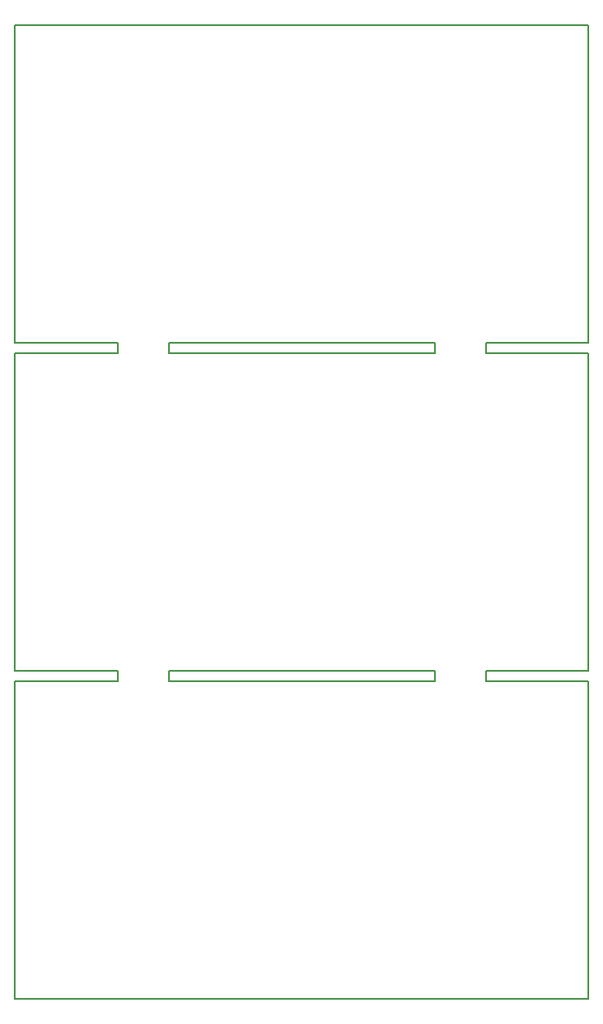
<source format=gbr>
G04 (created by PCBNEW (2013-07-07 BZR 4022)-stable) date 2014-08-04 10:27:05 PM*
%MOIN*%
G04 Gerber Fmt 3.4, Leading zero omitted, Abs format*
%FSLAX34Y34*%
G01*
G70*
G90*
G04 APERTURE LIST*
%ADD10C,0.00590551*%
G04 APERTURE END LIST*
G54D10*
X26377Y-32677D02*
X16141Y-32677D01*
X26377Y-33070D02*
X26377Y-32677D01*
X16141Y-33070D02*
X26377Y-33070D01*
X16141Y-32677D02*
X16141Y-33070D01*
X26377Y-20078D02*
X16141Y-20078D01*
X26377Y-20472D02*
X26377Y-20078D01*
X16141Y-20472D02*
X26377Y-20472D01*
X16141Y-20078D02*
X16141Y-20472D01*
X28346Y-33070D02*
X32283Y-33070D01*
X28346Y-32677D02*
X28346Y-33070D01*
X32283Y-32677D02*
X28346Y-32677D01*
X28346Y-20472D02*
X32283Y-20472D01*
X28346Y-20078D02*
X28346Y-20472D01*
X32283Y-20078D02*
X28346Y-20078D01*
X14173Y-33070D02*
X10236Y-33070D01*
X14173Y-32677D02*
X14173Y-33070D01*
X10236Y-32677D02*
X14173Y-32677D01*
X14173Y-20472D02*
X10236Y-20472D01*
X14173Y-20078D02*
X14173Y-20472D01*
X10236Y-20078D02*
X14173Y-20078D01*
X10236Y-45275D02*
X12598Y-45275D01*
X10236Y-33070D02*
X10236Y-45275D01*
X12598Y-45275D02*
X32283Y-45275D01*
X32283Y-33070D02*
X32283Y-45275D01*
X32283Y-20472D02*
X32283Y-32677D01*
X10236Y-20472D02*
X10236Y-32677D01*
X10236Y-7874D02*
X10236Y-20078D01*
X12598Y-7874D02*
X10236Y-7874D01*
X32283Y-7874D02*
X12598Y-7874D01*
X32283Y-7874D02*
X32283Y-20078D01*
M02*

</source>
